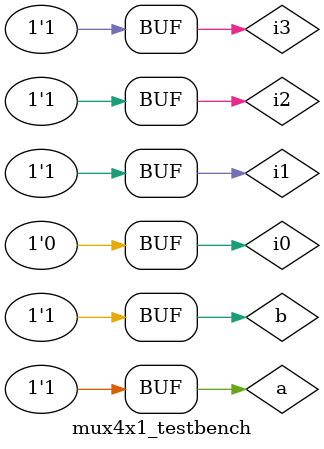
<source format=v>
`define DELAY 20
module mux4x1_testbench(); 
reg a, b, i0, i1, i2, i3;
wire outp;

mux4x1 x1 (outp, i0, i1, i2, i3, a, b);

initial begin

#`DELAY;
a = 1'b0; b = 1'b0; i0= 1'b0;
#`DELAY;
a = 1'b1; b = 1'b0; i2= 1'b1;
#`DELAY;
a = 1'b0; b = 1'b1; i1= 1'b1;
#`DELAY;
a = 1'b1; b = 1'b1; i3= 1'b1;
end
 
 
initial
begin
$monitor("time = %2d, s1 =%1b, s0=%1b, outp=%b", $time, a, b, outp );
end
 
endmodule
</source>
